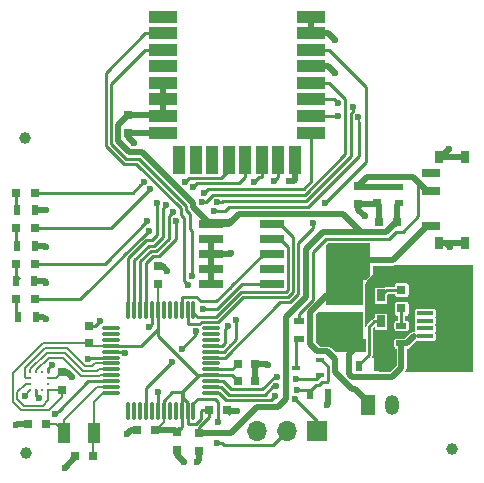
<source format=gtl>
G04 #@! TF.FileFunction,Copper,L1,Top,Signal*
%FSLAX45Y45*%
G04 Gerber Fmt 4.5, Leading zero omitted, Abs format (unit mm)*
G04 Created by KiCad (PCBNEW 4.0.7-e2-6376~61~ubuntu18.04.1) date Thu Oct  4 13:43:13 2018*
%MOMM*%
%LPD*%
G01*
G04 APERTURE LIST*
%ADD10C,0.100000*%
%ADD11R,0.800000X0.750000*%
%ADD12R,0.750000X0.800000*%
%ADD13R,0.800000X0.800000*%
%ADD14R,2.100000X0.750000*%
%ADD15R,1.200000X1.700000*%
%ADD16O,1.200000X1.700000*%
%ADD17R,1.380000X0.450000*%
%ADD18R,2.100000X1.475000*%
%ADD19R,1.900000X1.175000*%
%ADD20R,1.900000X2.375000*%
%ADD21R,0.700000X0.450000*%
%ADD22R,0.500000X0.900000*%
%ADD23R,0.900000X0.500000*%
%ADD24R,2.450000X1.000000*%
%ADD25R,1.000000X2.450000*%
%ADD26O,1.600000X0.300000*%
%ADD27O,0.300000X1.600000*%
%ADD28R,0.275000X0.250000*%
%ADD29R,0.250000X0.275000*%
%ADD30R,0.750000X0.500000*%
%ADD31R,0.750000X0.600000*%
%ADD32R,0.650000X1.060000*%
%ADD33R,1.000000X1.800000*%
%ADD34C,1.000000*%
%ADD35R,1.500000X0.700000*%
%ADD36R,0.800000X1.000000*%
%ADD37R,1.700000X1.700000*%
%ADD38O,1.700000X1.700000*%
%ADD39C,0.600000*%
%ADD40C,0.500000*%
%ADD41C,0.250000*%
%ADD42C,0.200000*%
%ADD43C,0.025400*%
G04 APERTURE END LIST*
D10*
D11*
X13380000Y-10520000D03*
X13230000Y-10520000D03*
D12*
X14075000Y-7900000D03*
X14075000Y-8050000D03*
D11*
X13780000Y-10790000D03*
X13630000Y-10790000D03*
D12*
X13750000Y-9835000D03*
X13750000Y-9685000D03*
D11*
X14305000Y-10570000D03*
X14155000Y-10570000D03*
D12*
X14490000Y-10585000D03*
X14490000Y-10735000D03*
D11*
X14765000Y-10400000D03*
X14915000Y-10400000D03*
X15005000Y-10155000D03*
X15155000Y-10155000D03*
D12*
X14330000Y-9330000D03*
X14330000Y-9180000D03*
X14680000Y-10595000D03*
X14680000Y-10745000D03*
D11*
X15005000Y-10010000D03*
X15155000Y-10010000D03*
D12*
X13520000Y-10080000D03*
X13520000Y-10230000D03*
X16025000Y-8505000D03*
X16025000Y-8655000D03*
D11*
X16035000Y-9840000D03*
X16185000Y-9840000D03*
X16350000Y-8805000D03*
X16200000Y-8805000D03*
X16055000Y-9240000D03*
X16205000Y-9240000D03*
D13*
X13290000Y-8560000D03*
X13130000Y-8560000D03*
X13290000Y-8860000D03*
X13130000Y-8860000D03*
X13290000Y-9460000D03*
X13130000Y-9460000D03*
X13290000Y-9160000D03*
X13130000Y-9160000D03*
X16390000Y-9540000D03*
X16390000Y-9380000D03*
D14*
X14775000Y-8821000D03*
X15292000Y-8821000D03*
X14775000Y-8948000D03*
X15292000Y-8948000D03*
X14775000Y-9075000D03*
X15292000Y-9075000D03*
X14775000Y-9202000D03*
X15292000Y-9202000D03*
X14775000Y-9329000D03*
X15292000Y-9329000D03*
D15*
X16110000Y-10360000D03*
D16*
X16310000Y-10360000D03*
D17*
X16589000Y-9773750D03*
X16589000Y-9708750D03*
X16589000Y-9643750D03*
X16589000Y-9578750D03*
X16589000Y-9513750D03*
D18*
X16625000Y-9890000D03*
X16625000Y-9397500D03*
D19*
X16855000Y-9727500D03*
X16855000Y-9560000D03*
D20*
X16855000Y-9935000D03*
X16855000Y-9352500D03*
D21*
X15700000Y-10105000D03*
X15700000Y-9975000D03*
X15500000Y-10040000D03*
D22*
X13135000Y-8710000D03*
X13285000Y-8710000D03*
X13135000Y-9010000D03*
X13285000Y-9010000D03*
X13145000Y-9610000D03*
X13295000Y-9610000D03*
X13130000Y-9310000D03*
X13280000Y-9310000D03*
D23*
X15520000Y-9645000D03*
X15520000Y-9795000D03*
D22*
X15620000Y-10260000D03*
X15770000Y-10260000D03*
X16035000Y-10030000D03*
X16185000Y-10030000D03*
D23*
X16390000Y-9835000D03*
X16390000Y-9685000D03*
D24*
X14370500Y-7070000D03*
X14370500Y-7210000D03*
X14370500Y-7350000D03*
X14370500Y-7490000D03*
X14370500Y-7630000D03*
X14370500Y-7770000D03*
X14370500Y-7910000D03*
X14370500Y-8050000D03*
X15629500Y-7070000D03*
X15629500Y-7210000D03*
X15629500Y-7350000D03*
X15629500Y-7490000D03*
X15629500Y-7630000D03*
X15629500Y-7770000D03*
X15629500Y-7910000D03*
X15629500Y-8050000D03*
D25*
X14510000Y-8279500D03*
X14650000Y-8279500D03*
X14790000Y-8279500D03*
X14930000Y-8279500D03*
X15070000Y-8279500D03*
X15210000Y-8279500D03*
X15350000Y-8279500D03*
X15490000Y-8279500D03*
D26*
X13930000Y-9705000D03*
X13930000Y-9755000D03*
X13930000Y-9805000D03*
X13930000Y-9855000D03*
X13930000Y-9905000D03*
X13930000Y-9955000D03*
X13930000Y-10005000D03*
X13930000Y-10055000D03*
X13930000Y-10105000D03*
X13930000Y-10155000D03*
X13930000Y-10205000D03*
X13930000Y-10255000D03*
D27*
X14080000Y-10405000D03*
X14130000Y-10405000D03*
X14180000Y-10405000D03*
X14230000Y-10405000D03*
X14280000Y-10405000D03*
X14330000Y-10405000D03*
X14380000Y-10405000D03*
X14430000Y-10405000D03*
X14480000Y-10405000D03*
X14530000Y-10405000D03*
X14580000Y-10405000D03*
X14630000Y-10405000D03*
D26*
X14780000Y-10255000D03*
X14780000Y-10205000D03*
X14780000Y-10155000D03*
X14780000Y-10105000D03*
X14780000Y-10055000D03*
X14780000Y-10005000D03*
X14780000Y-9955000D03*
X14780000Y-9905000D03*
X14780000Y-9855000D03*
X14780000Y-9805000D03*
X14780000Y-9755000D03*
X14780000Y-9705000D03*
D27*
X14630000Y-9555000D03*
X14580000Y-9555000D03*
X14530000Y-9555000D03*
X14480000Y-9555000D03*
X14430000Y-9555000D03*
X14380000Y-9555000D03*
X14330000Y-9555000D03*
X14280000Y-9555000D03*
X14230000Y-9555000D03*
X14180000Y-9555000D03*
X14130000Y-9555000D03*
X14080000Y-9555000D03*
D28*
X13250000Y-10080000D03*
X13250000Y-10130000D03*
X13250000Y-10180000D03*
X13250000Y-10230000D03*
D29*
X13301250Y-10231250D03*
X13351250Y-10231250D03*
D28*
X13402500Y-10080000D03*
X13402500Y-10230000D03*
X13402500Y-10130000D03*
X13402500Y-10180000D03*
D29*
X13301250Y-10078750D03*
X13351250Y-10078750D03*
D30*
X16182500Y-8515000D03*
X16367500Y-8515000D03*
D31*
X16182500Y-8640000D03*
D30*
X16367500Y-8645000D03*
D32*
X16215000Y-9430000D03*
X16120000Y-9430000D03*
X16025000Y-9430000D03*
X16025000Y-9650000D03*
X16215000Y-9650000D03*
D33*
X13535000Y-10590000D03*
X13785000Y-10590000D03*
D34*
X13210000Y-10760000D03*
X16820000Y-10730000D03*
X13200000Y-8100000D03*
D35*
X16645000Y-8845000D03*
X16645000Y-8545000D03*
X16645000Y-8395000D03*
D36*
X16710000Y-8985000D03*
X16930000Y-8985000D03*
X16710000Y-8255000D03*
X16930000Y-8255000D03*
D37*
X15674000Y-10580000D03*
D38*
X15420000Y-10580000D03*
X15166000Y-10580000D03*
D39*
X16470000Y-9920000D03*
X16480000Y-10020000D03*
X16570000Y-10030000D03*
X16690000Y-9230000D03*
X16600000Y-9230000D03*
X16510000Y-9230000D03*
X16420000Y-9230000D03*
X16320000Y-9260000D03*
X16300000Y-9770000D03*
X16300000Y-9920000D03*
X16270000Y-10000000D03*
X15760000Y-10360000D03*
X14550000Y-10840000D03*
X14660000Y-10840000D03*
X14997771Y-10406161D03*
X14250000Y-9700000D03*
X14330000Y-10250000D03*
X15260000Y-10020000D03*
X13380000Y-8710000D03*
X13380000Y-9020000D03*
X13380000Y-9320000D03*
X13380000Y-9630000D03*
X13200000Y-10280000D03*
X13540000Y-10890000D03*
X13130000Y-10530000D03*
X14130000Y-8140000D03*
X15440000Y-8457499D03*
X16080000Y-8760000D03*
X15830000Y-7270000D03*
X15830000Y-7550000D03*
X14950000Y-9070000D03*
X14410000Y-9220000D03*
X13838103Y-9645826D03*
X14050000Y-9920000D03*
X13600000Y-10120000D03*
X14070000Y-10600000D03*
X16670000Y-10040000D03*
X16800000Y-9020000D03*
X16790000Y-8190000D03*
X15920000Y-9820000D03*
X15920000Y-9730000D03*
X15820000Y-9820000D03*
X15820000Y-9730000D03*
X15720000Y-9820000D03*
X15720000Y-9730000D03*
X15720000Y-9640000D03*
X15820000Y-9640000D03*
X15920000Y-9640000D03*
X15910000Y-9170000D03*
X15910000Y-9300000D03*
X15910000Y-9450000D03*
X15800000Y-9460000D03*
X15800000Y-9300000D03*
X15800000Y-9170000D03*
X15800000Y-9040000D03*
X15910000Y-9040000D03*
X16030000Y-9040000D03*
X16055000Y-9145000D03*
X14560000Y-8470000D03*
X14208784Y-8468541D03*
X14628986Y-8510511D03*
X14260000Y-8530000D03*
X14250000Y-8880000D03*
X15310000Y-8460000D03*
X14240000Y-8800000D03*
X15140000Y-8470000D03*
X14616379Y-9266726D03*
X14990000Y-9640000D03*
X14710000Y-9542501D03*
X14650000Y-9730002D03*
X14450000Y-9990000D03*
X14530000Y-9880000D03*
X14837500Y-10502500D03*
X14830000Y-10680000D03*
X15490000Y-10310000D03*
X15320000Y-10280000D03*
X15340000Y-10119999D03*
X15500000Y-10140000D03*
X15510000Y-10230000D03*
X15330000Y-10200000D03*
X13458014Y-10436840D03*
X13320000Y-10300000D03*
X14584238Y-9340998D03*
X14923435Y-9684377D03*
X15640000Y-8820000D03*
X15740000Y-8650000D03*
X14399873Y-8667643D03*
X14698588Y-8642132D03*
X14827382Y-8641464D03*
X14459218Y-8721293D03*
X15850000Y-7800000D03*
X15980000Y-7830000D03*
X14800985Y-8716984D03*
X14483566Y-8797499D03*
X16027499Y-7920000D03*
X15850000Y-7910000D03*
X14323373Y-8644234D03*
X14719196Y-8564830D03*
X13432282Y-10015004D03*
X13740000Y-9970000D03*
D40*
X16205000Y-9240000D02*
X16300000Y-9240000D01*
X16300000Y-9240000D02*
X16320000Y-9260000D01*
X16300000Y-9920000D02*
X16300000Y-9770000D01*
X16270000Y-10000000D02*
X16270000Y-9950000D01*
X16270000Y-9950000D02*
X16300000Y-9920000D01*
X16185000Y-10030000D02*
X16240000Y-10030000D01*
X16240000Y-10030000D02*
X16270000Y-10000000D01*
X16185000Y-10030000D02*
X16185000Y-9840000D01*
X16120000Y-9430000D02*
X16120000Y-9325000D01*
X16120000Y-9325000D02*
X16205000Y-9240000D01*
X16622851Y-9290713D02*
X16592851Y-9260713D01*
X16625000Y-9292862D02*
X16622851Y-9290713D01*
X16625000Y-9397500D02*
X16625000Y-9292862D01*
X15770000Y-10260000D02*
X15770000Y-10350000D01*
X15770000Y-10350000D02*
X15760000Y-10360000D01*
X14490000Y-10735000D02*
X14490000Y-10780000D01*
X14490000Y-10780000D02*
X14550000Y-10840000D01*
X14680000Y-10745000D02*
X14680000Y-10820000D01*
X14680000Y-10820000D02*
X14660000Y-10840000D01*
X14955345Y-10406161D02*
X14997771Y-10406161D01*
X14921161Y-10406161D02*
X14955345Y-10406161D01*
X14915000Y-10400000D02*
X14921161Y-10406161D01*
D41*
X14280000Y-9555000D02*
X14280000Y-9670000D01*
X14280000Y-9670000D02*
X14250000Y-9700000D01*
X14330000Y-10405000D02*
X14330000Y-10250000D01*
D40*
X15155000Y-10010000D02*
X15250000Y-10010000D01*
X15250000Y-10010000D02*
X15260000Y-10020000D01*
X15155000Y-10155000D02*
X15155000Y-10010000D01*
X13285000Y-8710000D02*
X13380000Y-8710000D01*
X13285000Y-9010000D02*
X13370000Y-9010000D01*
X13370000Y-9010000D02*
X13380000Y-9020000D01*
X13280000Y-9310000D02*
X13370000Y-9310000D01*
X13370000Y-9310000D02*
X13380000Y-9320000D01*
X13295000Y-9610000D02*
X13360000Y-9610000D01*
X13360000Y-9610000D02*
X13380000Y-9630000D01*
D42*
X13250000Y-10230000D02*
X13200000Y-10280000D01*
D40*
X13630000Y-10790000D02*
X13630000Y-10800000D01*
X13630000Y-10800000D02*
X13540000Y-10890000D01*
X13230000Y-10520000D02*
X13140000Y-10520000D01*
X13140000Y-10520000D02*
X13130000Y-10530000D01*
X14075000Y-8050000D02*
X14075000Y-8085000D01*
X14075000Y-8085000D02*
X14130000Y-8140000D01*
X15482426Y-8457499D02*
X15440000Y-8457499D01*
X15490000Y-8279500D02*
X15490000Y-8452000D01*
X15490000Y-8452000D02*
X15484501Y-8457499D01*
X15484501Y-8457499D02*
X15482426Y-8457499D01*
X14075000Y-8050000D02*
X14162500Y-8050000D01*
X16025000Y-8655000D02*
X16025000Y-8705000D01*
X16025000Y-8705000D02*
X16080000Y-8760000D01*
X16025000Y-8655000D02*
X16172500Y-8655000D01*
X16172500Y-8655000D02*
X16182500Y-8645000D01*
X16200000Y-8805000D02*
X16200000Y-8662500D01*
X16200000Y-8662500D02*
X16182500Y-8645000D01*
X14370500Y-8050000D02*
X14075000Y-8050000D01*
X15629500Y-7210000D02*
X15629500Y-7070000D01*
X15629500Y-7210000D02*
X15770000Y-7210000D01*
X15770000Y-7210000D02*
X15830000Y-7270000D01*
X15629500Y-7490000D02*
X15770000Y-7490000D01*
X15770000Y-7490000D02*
X15830000Y-7550000D01*
X14775000Y-9075000D02*
X14945000Y-9075000D01*
X14945000Y-9075000D02*
X14950000Y-9070000D01*
X14775000Y-9329000D02*
X14851000Y-9329000D01*
X14775000Y-9075000D02*
X14775000Y-8948000D01*
X14775000Y-9202000D02*
X14775000Y-9075000D01*
X14775000Y-9329000D02*
X14775000Y-9202000D01*
X14330000Y-9180000D02*
X14370000Y-9180000D01*
X14370000Y-9180000D02*
X14410000Y-9220000D01*
D41*
X13750000Y-9685000D02*
X13798929Y-9685000D01*
X13798929Y-9685000D02*
X13838103Y-9645826D01*
X13930000Y-9905000D02*
X14035000Y-9905000D01*
X14035000Y-9905000D02*
X14050000Y-9920000D01*
D40*
X13520000Y-10080000D02*
X13560000Y-10080000D01*
X13560000Y-10080000D02*
X13600000Y-10120000D01*
X14155000Y-10570000D02*
X14100000Y-10570000D01*
X14100000Y-10570000D02*
X14070000Y-10600000D01*
X16625000Y-9890000D02*
X16625000Y-9995000D01*
X16625000Y-9995000D02*
X16670000Y-10040000D01*
X16710000Y-8985000D02*
X16930000Y-8985000D01*
X16710000Y-8255000D02*
X16930000Y-8255000D01*
X16710000Y-8985000D02*
X16765000Y-8985000D01*
X16765000Y-8985000D02*
X16800000Y-9020000D01*
X16710000Y-8255000D02*
X16725000Y-8255000D01*
X16725000Y-8255000D02*
X16790000Y-8190000D01*
D42*
X13402500Y-10130000D02*
X13470000Y-10130000D01*
X13470000Y-10130000D02*
X13520000Y-10080000D01*
D41*
X15490000Y-8279500D02*
X15490000Y-8352000D01*
X14370500Y-8050000D02*
X14327400Y-8050000D01*
D40*
X16855000Y-9935000D02*
X16670000Y-9935000D01*
X16670000Y-9935000D02*
X16625000Y-9890000D01*
X16855000Y-9727500D02*
X16855000Y-9935000D01*
X16855000Y-9560000D02*
X16855000Y-9727500D01*
X16855000Y-9352500D02*
X16855000Y-9560000D01*
X16625000Y-9397500D02*
X16810000Y-9397500D01*
X16810000Y-9397500D02*
X16855000Y-9352500D01*
X16625000Y-9397500D02*
X16625000Y-9477750D01*
X16625000Y-9477750D02*
X16591500Y-9511250D01*
X16591500Y-9511250D02*
X16589000Y-9511250D01*
D41*
X14932500Y-10430000D02*
X14930000Y-10430000D01*
X14927500Y-10430000D02*
X14930000Y-10430000D01*
D42*
X13380000Y-10520000D02*
X13465000Y-10520000D01*
X13465000Y-10520000D02*
X13535000Y-10590000D01*
X13930000Y-10205000D02*
X13810000Y-10205000D01*
X13810000Y-10205000D02*
X13535000Y-10480000D01*
X13535000Y-10480000D02*
X13535000Y-10590000D01*
X13780000Y-10790000D02*
X13780000Y-10595000D01*
X13780000Y-10595000D02*
X13785000Y-10590000D01*
X13930000Y-10255000D02*
X13865000Y-10255000D01*
X13865000Y-10255000D02*
X13785000Y-10335000D01*
X13785000Y-10335000D02*
X13785000Y-10590000D01*
D41*
X14780000Y-10055000D02*
X14960000Y-10055000D01*
X14960000Y-10055000D02*
X15005000Y-10010000D01*
D40*
X15726181Y-8892500D02*
X15793817Y-8892500D01*
X15582499Y-9036182D02*
X15726181Y-8892500D01*
X15582499Y-9444863D02*
X15582499Y-9036182D01*
X15415000Y-10306000D02*
X15415000Y-9612362D01*
X15346000Y-10375000D02*
X15415000Y-10306000D01*
X15166000Y-10375000D02*
X15346000Y-10375000D01*
X15793817Y-8892500D02*
X16047003Y-8892500D01*
X15415000Y-9612362D02*
X15582499Y-9444863D01*
X14946000Y-10595000D02*
X15166000Y-10375000D01*
X14680000Y-10595000D02*
X14946000Y-10595000D01*
D41*
X14680000Y-10547500D02*
X14680000Y-10592500D01*
X14765000Y-10462500D02*
X14680000Y-10547500D01*
X14765000Y-10400000D02*
X14765000Y-10462500D01*
X14680000Y-10592500D02*
X14680000Y-10595000D01*
X14592501Y-10517501D02*
X14620000Y-10517501D01*
X14620000Y-10517501D02*
X14650000Y-10517501D01*
X14580000Y-10405000D02*
X14580000Y-10510000D01*
X14580000Y-10510000D02*
X14587501Y-10517501D01*
X14587501Y-10517501D02*
X14620000Y-10517501D01*
X14690000Y-10410000D02*
X14690000Y-10477501D01*
X14690000Y-10477501D02*
X14650000Y-10517501D01*
X14765000Y-10400000D02*
X14700000Y-10400000D01*
X14700000Y-10400000D02*
X14690000Y-10410000D01*
X14590001Y-10515001D02*
X14592501Y-10517501D01*
X14580000Y-10340000D02*
X14580000Y-10405000D01*
X14540000Y-10300000D02*
X14580000Y-10340000D01*
X14540000Y-10240000D02*
X14540000Y-10300000D01*
X14580000Y-10200000D02*
X14540000Y-10240000D01*
X14490000Y-10585000D02*
X14530000Y-10545000D01*
X14530000Y-10545000D02*
X14530000Y-10405000D01*
D40*
X14305000Y-10570000D02*
X14475000Y-10570000D01*
X14475000Y-10570000D02*
X14490000Y-10585000D01*
X14510000Y-10565000D02*
X14490000Y-10585000D01*
X14370500Y-7770000D02*
X14370500Y-7630000D01*
X14370500Y-7910000D02*
X14370500Y-7770000D01*
X14075000Y-7900000D02*
X14360500Y-7900000D01*
X14360500Y-7900000D02*
X14370500Y-7910000D01*
X16350000Y-8805000D02*
X16350000Y-8662500D01*
X16350000Y-8662500D02*
X16367500Y-8645000D01*
D41*
X14035000Y-9855000D02*
X13930000Y-9855000D01*
X14330000Y-9712500D02*
X14187500Y-9855000D01*
X14330000Y-9555000D02*
X14330000Y-9712500D01*
X14187500Y-9855000D02*
X14035000Y-9855000D01*
D40*
X15007500Y-10155000D02*
X15005000Y-10155000D01*
D42*
X13520000Y-10230000D02*
X13520000Y-10290000D01*
X13520000Y-10290000D02*
X13410000Y-10400000D01*
X13692500Y-9835000D02*
X13750000Y-9835000D01*
X13410000Y-10400000D02*
X13170000Y-10400000D01*
X13170000Y-10400000D02*
X13100000Y-10330000D01*
X13100000Y-10330000D02*
X13100000Y-10090000D01*
X13100000Y-10090000D02*
X13355000Y-9835000D01*
X13355000Y-9835000D02*
X13692500Y-9835000D01*
X13216250Y-10180000D02*
X13250000Y-10180000D01*
X13211200Y-10180000D02*
X13216250Y-10180000D01*
X13140000Y-10308800D02*
X13140000Y-10251200D01*
X13140000Y-10251200D02*
X13211200Y-10180000D01*
X13196200Y-10365000D02*
X13140000Y-10308800D01*
X13353800Y-10365000D02*
X13196200Y-10365000D01*
X13402500Y-10316300D02*
X13353800Y-10365000D01*
X13402500Y-10230000D02*
X13402500Y-10316300D01*
D40*
X14192000Y-8215000D02*
X14081500Y-8215000D01*
X14623588Y-8646588D02*
X14192000Y-8215000D01*
X14627856Y-8670257D02*
X14623588Y-8665989D01*
X13992500Y-7982500D02*
X14075000Y-7900000D01*
X14627856Y-8682400D02*
X14627856Y-8670257D01*
X14753956Y-8808500D02*
X14627856Y-8682400D01*
X14942500Y-8808500D02*
X14753956Y-8808500D01*
X13992500Y-8126000D02*
X13992500Y-7982500D01*
X15012500Y-8738500D02*
X14942500Y-8808500D01*
X14623588Y-8665989D02*
X14623588Y-8646588D01*
X14081500Y-8215000D02*
X13992500Y-8126000D01*
X15031040Y-8738500D02*
X15012500Y-8738500D01*
X16047003Y-8892500D02*
X15893003Y-8738500D01*
X15893003Y-8738500D02*
X15031040Y-8738500D01*
X14930000Y-8821000D02*
X14775000Y-8821000D01*
X15012500Y-8738500D02*
X14930000Y-8821000D01*
X16260000Y-8892500D02*
X16350000Y-8805000D01*
X16347500Y-8805000D02*
X16260000Y-8892500D01*
X16350000Y-8805000D02*
X16347500Y-8805000D01*
X16260000Y-8892500D02*
X16047003Y-8892500D01*
D42*
X13750000Y-9835000D02*
X13770000Y-9855000D01*
X13770000Y-9855000D02*
X13930000Y-9855000D01*
X14330000Y-9555000D02*
X14330000Y-9330000D01*
X14580000Y-10405000D02*
X14580000Y-10505000D01*
X14580000Y-10505000D02*
X14590001Y-10515001D01*
X14305000Y-10570000D02*
X14315000Y-10570000D01*
X14315000Y-10570000D02*
X14380000Y-10505000D01*
X14380000Y-10505000D02*
X14380000Y-10405000D01*
X13402500Y-10230000D02*
X13520000Y-10230000D01*
D41*
X14780000Y-10105000D02*
X14955000Y-10105000D01*
X14955000Y-10105000D02*
X15005000Y-10155000D01*
D40*
X14075000Y-7902500D02*
X14075000Y-7900000D01*
D41*
X14530000Y-10470000D02*
X14530000Y-10405000D01*
X14330000Y-9330000D02*
X14344140Y-9344140D01*
X14380000Y-10322824D02*
X14380000Y-10405000D01*
X14452823Y-10250000D02*
X14380000Y-10322824D01*
X14530000Y-10250000D02*
X14452823Y-10250000D01*
X14662500Y-10105000D02*
X14675000Y-10105000D01*
X14330000Y-9772500D02*
X14662500Y-10105000D01*
X14330000Y-9555000D02*
X14330000Y-9772500D01*
X14580000Y-10200000D02*
X14530000Y-10250000D01*
X14530000Y-10250000D02*
X14530000Y-10405000D01*
X14780000Y-10105000D02*
X14675000Y-10105000D01*
X14675000Y-10105000D02*
X14580000Y-10200000D01*
X15005000Y-10155000D02*
X15002500Y-10155000D01*
X15002500Y-10155000D02*
X14995000Y-10162500D01*
D40*
X16032500Y-9840000D02*
X16035000Y-9840000D01*
X16390000Y-10040000D02*
X16310000Y-10120000D01*
X16310000Y-10120000D02*
X15974000Y-10120000D01*
X15974000Y-10120000D02*
X15945000Y-10091000D01*
X15945000Y-10091000D02*
X15945000Y-9927500D01*
X15945000Y-9927500D02*
X16032500Y-9840000D01*
X16390000Y-9835000D02*
X16390000Y-10040000D01*
D41*
X15920000Y-9730000D02*
X15920000Y-9820000D01*
X15920000Y-9640000D02*
X15920000Y-9730000D01*
X15820000Y-9730000D02*
X15820000Y-9820000D01*
X15820000Y-9640000D02*
X15820000Y-9730000D01*
X15720000Y-9772426D02*
X15720000Y-9810000D01*
X15720000Y-9730000D02*
X15720000Y-9772426D01*
X15720000Y-9640000D02*
X15720000Y-9730000D01*
X15820000Y-9640000D02*
X15720000Y-9640000D01*
X15920000Y-9640000D02*
X15820000Y-9640000D01*
X16025000Y-9650000D02*
X15930000Y-9650000D01*
X15930000Y-9650000D02*
X15920000Y-9640000D01*
X16025000Y-9650000D02*
X16025000Y-9728000D01*
X16025000Y-9728000D02*
X16013000Y-9740000D01*
D40*
X16390000Y-9835000D02*
X16435000Y-9835000D01*
X16435000Y-9835000D02*
X16496250Y-9773750D01*
X16390000Y-9835000D02*
X16390000Y-9910000D01*
X16025000Y-9650000D02*
X16025000Y-9830000D01*
X16025000Y-9830000D02*
X16035000Y-9840000D01*
D42*
X16589000Y-9773750D02*
X16496250Y-9773750D01*
X16496250Y-9773750D02*
X16493750Y-9776250D01*
D40*
X15760000Y-9430000D02*
X15942500Y-9430000D01*
X15680000Y-9900000D02*
X15620000Y-9840000D01*
X15763500Y-9900000D02*
X15680000Y-9900000D01*
X15620000Y-9840000D02*
X15620000Y-9570000D01*
X15830000Y-9966500D02*
X15763500Y-9900000D01*
X15942500Y-9430000D02*
X16025000Y-9430000D01*
X15830000Y-10080000D02*
X15830000Y-9966500D01*
X15620000Y-9570000D02*
X15760000Y-9430000D01*
X15975000Y-10225000D02*
X15830000Y-10080000D01*
X16110000Y-10335000D02*
X16000000Y-10225000D01*
X16110000Y-10360000D02*
X16110000Y-10335000D01*
X16000000Y-10225000D02*
X15975000Y-10225000D01*
D41*
X15930000Y-9040000D02*
X15810000Y-9040000D01*
X16060000Y-9040000D02*
X15930000Y-9040000D01*
X16055000Y-9145000D02*
X16055000Y-9045000D01*
X16055000Y-9045000D02*
X16060000Y-9040000D01*
X16055000Y-9240000D02*
X16055000Y-9145000D01*
D40*
X16320000Y-9130000D02*
X16140000Y-9130000D01*
X16140000Y-9130000D02*
X16070000Y-9130000D01*
X16055000Y-9240000D02*
X16055000Y-9152500D01*
X16055000Y-9152500D02*
X16077500Y-9130000D01*
X16077500Y-9130000D02*
X16140000Y-9130000D01*
X16070000Y-9130000D02*
X16055000Y-9145000D01*
X16605000Y-8845000D02*
X16320000Y-9130000D01*
X16645000Y-8845000D02*
X16605000Y-8845000D01*
D41*
X14859358Y-8434500D02*
X14595500Y-8434500D01*
X14595500Y-8434500D02*
X14560000Y-8470000D01*
X14930000Y-8279500D02*
X14930000Y-8363858D01*
X14930000Y-8363858D02*
X14859358Y-8434500D01*
X14178785Y-8498541D02*
X14208784Y-8468541D01*
X13290000Y-8560000D02*
X14117326Y-8560000D01*
X14117326Y-8560000D02*
X14178785Y-8498541D01*
X13355000Y-8560000D02*
X13290000Y-8560000D01*
X13130000Y-8560000D02*
X13130000Y-8705000D01*
X13130000Y-8705000D02*
X13135000Y-8710000D01*
X14659996Y-8479501D02*
X14658985Y-8480512D01*
X15017499Y-8479501D02*
X14659996Y-8479501D01*
X15070000Y-8427000D02*
X15017499Y-8479501D01*
X15070000Y-8279500D02*
X15070000Y-8427000D01*
X14658985Y-8480512D02*
X14628986Y-8510511D01*
X13290000Y-8860000D02*
X13930000Y-8860000D01*
X13930000Y-8860000D02*
X14260000Y-8530000D01*
X13130000Y-8860000D02*
X13130000Y-9005000D01*
X13130000Y-9005000D02*
X13135000Y-9010000D01*
X13290000Y-9460000D02*
X13670000Y-9460000D01*
X13670000Y-9460000D02*
X14250000Y-8880000D01*
X13670000Y-9460000D02*
X13654599Y-9460000D01*
X14250000Y-8880000D02*
X14033218Y-9096782D01*
X15350000Y-8427000D02*
X15343000Y-8427000D01*
X15343000Y-8427000D02*
X15310000Y-8460000D01*
X15350000Y-8279500D02*
X15350000Y-8427000D01*
X13130000Y-9460000D02*
X13130000Y-9595000D01*
X13130000Y-9595000D02*
X13145000Y-9610000D01*
X13290000Y-9160000D02*
X13880000Y-9160000D01*
X13880000Y-9160000D02*
X14240000Y-8800000D01*
X15183000Y-8427000D02*
X15140000Y-8470000D01*
X15210000Y-8427000D02*
X15183000Y-8427000D01*
X15210000Y-8279500D02*
X15210000Y-8427000D01*
X13130000Y-9160000D02*
X13130000Y-9310000D01*
X13135000Y-9270000D02*
X13150000Y-9285000D01*
X16390000Y-9685000D02*
X16390000Y-9540000D01*
X16390000Y-9380000D02*
X16265000Y-9380000D01*
X16265000Y-9380000D02*
X16215000Y-9430000D01*
X14616379Y-9224300D02*
X14616379Y-9266726D01*
X14616379Y-8886379D02*
X14616379Y-9224300D01*
X14600000Y-8870000D02*
X14616379Y-8886379D01*
X14370500Y-7350000D02*
X14223000Y-7350000D01*
X14600000Y-8737851D02*
X14600000Y-8870000D01*
X14566087Y-8670406D02*
X14566087Y-8689807D01*
X13934999Y-8149818D02*
X14057682Y-8272501D01*
X13934999Y-7638001D02*
X13934999Y-8149818D01*
X14571177Y-8709028D02*
X14600000Y-8737851D01*
X14057682Y-8272501D02*
X14168182Y-8272501D01*
X14223000Y-7350000D02*
X13934999Y-7638001D01*
X14168182Y-8272501D02*
X14566087Y-8670406D01*
X14566087Y-8689807D02*
X14571177Y-8694897D01*
X14571177Y-8694897D02*
X14571177Y-8709028D01*
X14600000Y-8842009D02*
X14600000Y-8870000D01*
X14780000Y-9905000D02*
X14885000Y-9905000D01*
X14885000Y-9905000D02*
X14990000Y-9800000D01*
X14990000Y-9800000D02*
X14990000Y-9682426D01*
X14990000Y-9682426D02*
X14990000Y-9640000D01*
X14940000Y-9850000D02*
X14885000Y-9905000D01*
X14990000Y-9640000D02*
X14990000Y-9760000D01*
X14685322Y-9667501D02*
X14695324Y-9657499D01*
X15474501Y-9400539D02*
X15474501Y-8936001D01*
X14580000Y-9555000D02*
X14580000Y-9660000D01*
X14695324Y-9657499D02*
X14838424Y-9657499D01*
X14580000Y-9660000D02*
X14587501Y-9667501D01*
X14587501Y-9667501D02*
X14685322Y-9667501D01*
X14838424Y-9657499D02*
X15051922Y-9444001D01*
X15051922Y-9444001D02*
X15431039Y-9444001D01*
X15431039Y-9444001D02*
X15474501Y-9400539D01*
X15474501Y-8936001D02*
X15359500Y-8821000D01*
X15359500Y-8821000D02*
X15292000Y-8821000D01*
X15224500Y-8821000D02*
X15292000Y-8821000D01*
X15429500Y-9381899D02*
X15429500Y-9018000D01*
X14819784Y-9612498D02*
X15033282Y-9399000D01*
X15033282Y-9399000D02*
X15412399Y-9399000D01*
X14630000Y-9577500D02*
X14664997Y-9612498D01*
X15429500Y-9018000D02*
X15359500Y-8948000D01*
X14630000Y-9555000D02*
X14630000Y-9577500D01*
X14664997Y-9612498D02*
X14819784Y-9612498D01*
X15412399Y-9399000D02*
X15429500Y-9381899D01*
X15359500Y-8948000D02*
X15292000Y-8948000D01*
X15224500Y-8948000D02*
X15292000Y-8948000D01*
X14690000Y-9480000D02*
X14652499Y-9442499D01*
X14652499Y-9442499D02*
X14537501Y-9442499D01*
X14537501Y-9442499D02*
X14530000Y-9450000D01*
X14825000Y-9480000D02*
X14690000Y-9480000D01*
X14949500Y-9355500D02*
X14825000Y-9480000D01*
X15224500Y-9075000D02*
X14949500Y-9350000D01*
X14949500Y-9350000D02*
X14949500Y-9355500D01*
X14530000Y-9450000D02*
X14530000Y-9555000D01*
X15292000Y-9075000D02*
X15224500Y-9075000D01*
X15359500Y-9075000D02*
X15292000Y-9075000D01*
X14737426Y-9542501D02*
X14710000Y-9542501D01*
X14530000Y-9880000D02*
X14650000Y-9760000D01*
X14650000Y-9760000D02*
X14650000Y-9730002D01*
X15292000Y-9329000D02*
X15039641Y-9329000D01*
X15039641Y-9329000D02*
X14826140Y-9542501D01*
X14826140Y-9542501D02*
X14737426Y-9542501D01*
X14520000Y-9870000D02*
X14530000Y-9880000D01*
X14230000Y-10405000D02*
X14230000Y-10210000D01*
X14230000Y-10210000D02*
X14440000Y-10000000D01*
X15359500Y-9329000D02*
X15292000Y-9329000D01*
X15749999Y-8950001D02*
X15640000Y-9060000D01*
X15640000Y-9060000D02*
X15640000Y-9468681D01*
X15640000Y-9468681D02*
X15520000Y-9588681D01*
X15520000Y-9588681D02*
X15520000Y-9645000D01*
X16283818Y-8950001D02*
X15749999Y-8950001D01*
X16530000Y-8761000D02*
X16401000Y-8890000D01*
X16401000Y-8890000D02*
X16345060Y-8890000D01*
X16345060Y-8890000D02*
X16295060Y-8940000D01*
X16295060Y-8940000D02*
X16293819Y-8940000D01*
X16293819Y-8940000D02*
X16283818Y-8950001D01*
X16530000Y-8470000D02*
X16530000Y-8761000D01*
D40*
X16490000Y-8430000D02*
X16530000Y-8470000D01*
X16530000Y-8470000D02*
X16605000Y-8545000D01*
D41*
X16025000Y-8505000D02*
X16025000Y-8515000D01*
D40*
X16605000Y-8545000D02*
X16645000Y-8545000D01*
X16097500Y-8430000D02*
X16490000Y-8430000D01*
X16025000Y-8505000D02*
X16025000Y-8502500D01*
X16025000Y-8502500D02*
X16097500Y-8430000D01*
X16182500Y-8515000D02*
X16035000Y-8515000D01*
X16035000Y-8515000D02*
X16025000Y-8505000D01*
X16182500Y-8515000D02*
X16367500Y-8515000D01*
D41*
X14837500Y-10447500D02*
X14837500Y-10502500D01*
X14990000Y-10700000D02*
X15000000Y-10700000D01*
X15000000Y-10700000D02*
X15300000Y-10700000D01*
X14830000Y-10680000D02*
X14872426Y-10680000D01*
X14872426Y-10680000D02*
X14892426Y-10700000D01*
X14892426Y-10700000D02*
X15000000Y-10700000D01*
X14837500Y-10331000D02*
X14837500Y-10447500D01*
X14811500Y-10305000D02*
X14837500Y-10331000D01*
X14630000Y-10405000D02*
X14630000Y-10340000D01*
X14630000Y-10340000D02*
X14665000Y-10305000D01*
X14665000Y-10305000D02*
X14811500Y-10305000D01*
X15300000Y-10700000D02*
X15335000Y-10665000D01*
X15335000Y-10665000D02*
X15420000Y-10580000D01*
X15490000Y-10310000D02*
X15674000Y-10494000D01*
X15674000Y-10494000D02*
X15674000Y-10580000D01*
X15070000Y-10315002D02*
X15092500Y-10315002D01*
X15070000Y-10315002D02*
X15284998Y-10315002D01*
X14995002Y-10315002D02*
X15070000Y-10315002D01*
X15284998Y-10315002D02*
X15320000Y-10280000D01*
X14905002Y-10315002D02*
X14995002Y-10315002D01*
X14845000Y-10255000D02*
X14905002Y-10315002D01*
X14780000Y-10255000D02*
X14845000Y-10255000D01*
X15317501Y-10119999D02*
X15340000Y-10119999D01*
X14948641Y-10225000D02*
X15212499Y-10225000D01*
X15212499Y-10225000D02*
X15317501Y-10119999D01*
X15500000Y-10140000D02*
X15665000Y-10140000D01*
X15665000Y-10140000D02*
X15700000Y-10105000D01*
X14780000Y-10155000D02*
X14878641Y-10155000D01*
X14878641Y-10155000D02*
X14948641Y-10225000D01*
X14890000Y-10166359D02*
X14948641Y-10225000D01*
D42*
X14780000Y-10155000D02*
X14870000Y-10155000D01*
D41*
X15620000Y-10260000D02*
X15620000Y-10240000D01*
X15620000Y-10240000D02*
X15670000Y-10190000D01*
X15767500Y-10030000D02*
X15712500Y-9975000D01*
X15670000Y-10190000D02*
X15690000Y-10190000D01*
X15690000Y-10190000D02*
X15720000Y-10160000D01*
X15720000Y-10160000D02*
X15761000Y-10160000D01*
X15761000Y-10160000D02*
X15767500Y-10153500D01*
X15712500Y-9975000D02*
X15700000Y-9975000D01*
X15767500Y-10153500D02*
X15767500Y-10030000D01*
X15510000Y-10230000D02*
X15590000Y-10230000D01*
X15590000Y-10230000D02*
X15620000Y-10260000D01*
X15237500Y-10270001D02*
X15307501Y-10200000D01*
X14927178Y-10270001D02*
X15237500Y-10270001D01*
X14862176Y-10205000D02*
X14927178Y-10270001D01*
X14780000Y-10205000D02*
X14862176Y-10205000D01*
X15307501Y-10200000D02*
X15330000Y-10200000D01*
X15500000Y-10040000D02*
X15500000Y-9815000D01*
X15500000Y-9815000D02*
X15520000Y-9795000D01*
X13488014Y-10406840D02*
X13458014Y-10436840D01*
X13739854Y-10155000D02*
X13488014Y-10406840D01*
X13930000Y-10155000D02*
X13739854Y-10155000D01*
X13301250Y-10231250D02*
X13301250Y-10281250D01*
X13301250Y-10281250D02*
X13320000Y-10300000D01*
X16215000Y-9650000D02*
X16160000Y-9650000D01*
X16035000Y-10030000D02*
X16035000Y-10010000D01*
X16035000Y-10010000D02*
X16112500Y-9932500D01*
X16112500Y-9932500D02*
X16112500Y-9697500D01*
X16112500Y-9697500D02*
X16160000Y-9650000D01*
X14223000Y-7210000D02*
X13889998Y-7543002D01*
X14554238Y-9310998D02*
X14584238Y-9340998D01*
X14521086Y-8691086D02*
X14521086Y-8708447D01*
X14370500Y-7210000D02*
X14223000Y-7210000D01*
X14555805Y-9304195D02*
X14554238Y-9305762D01*
X14521086Y-8708447D02*
X14525354Y-8712715D01*
X14554238Y-9305762D02*
X14554238Y-9310998D01*
X13889998Y-7543002D02*
X13889998Y-8168458D01*
X13889998Y-8168458D02*
X14039042Y-8317502D01*
X14525354Y-8712715D02*
X14525354Y-8746787D01*
X14553878Y-9310638D02*
X14584238Y-9340998D01*
X14039042Y-8317502D02*
X14147502Y-8317502D01*
X14147502Y-8317502D02*
X14521086Y-8691086D01*
X14525354Y-8746787D02*
X14553878Y-8775310D01*
X14553878Y-8775310D02*
X14553878Y-9310638D01*
X14780000Y-9855000D02*
X14871359Y-9855000D01*
X14893435Y-9714377D02*
X14923435Y-9684377D01*
X14871359Y-9855000D02*
X14893435Y-9832924D01*
X14893435Y-9832924D02*
X14893435Y-9714377D01*
X15640000Y-8820000D02*
X15640000Y-8862426D01*
X15640000Y-8862426D02*
X15519502Y-8982924D01*
X15519502Y-8982924D02*
X15519502Y-9419179D01*
X16090000Y-8300000D02*
X15740000Y-8650000D01*
X15777000Y-7350000D02*
X16090000Y-7663000D01*
X16090000Y-7663000D02*
X16090000Y-8300000D01*
X15629500Y-7350000D02*
X15777000Y-7350000D01*
X15449679Y-9489002D02*
X15364639Y-9489002D01*
X14898641Y-9955000D02*
X14885000Y-9955000D01*
X15519502Y-9419179D02*
X15449679Y-9489002D01*
X14885000Y-9955000D02*
X14780000Y-9955000D01*
X15364639Y-9489002D02*
X14898641Y-9955000D01*
X14369873Y-8697643D02*
X14399873Y-8667643D01*
X14369873Y-8936268D02*
X14369873Y-8697643D01*
X14249781Y-9007501D02*
X14298640Y-9007501D01*
X14130000Y-9555000D02*
X14130000Y-9127282D01*
X14298640Y-9007501D02*
X14369873Y-8936268D01*
X14130000Y-9127282D02*
X14249781Y-9007501D01*
X14734921Y-8642132D02*
X14698588Y-8642132D01*
X14798089Y-8578963D02*
X14734921Y-8642132D01*
X14857382Y-8578963D02*
X14798089Y-8578963D01*
X14860919Y-8582500D02*
X14857382Y-8578963D01*
X15571141Y-8582500D02*
X14860919Y-8582500D01*
X15917500Y-8236141D02*
X15571141Y-8582500D01*
X15777000Y-7630000D02*
X15917500Y-7770500D01*
X15917500Y-7770500D02*
X15917500Y-8236141D01*
X15629500Y-7630000D02*
X15777000Y-7630000D01*
X14130000Y-9555000D02*
X14128468Y-9553468D01*
X14268421Y-9052502D02*
X14317280Y-9052502D01*
X14421065Y-8759446D02*
X14429218Y-8751293D01*
X14421065Y-8948717D02*
X14421065Y-8759446D01*
X14180000Y-9140923D02*
X14268421Y-9052502D01*
X14317280Y-9052502D02*
X14421065Y-8948717D01*
X14429218Y-8751293D02*
X14459218Y-8721293D01*
X14180000Y-9555000D02*
X14180000Y-9140923D01*
X15583163Y-8634119D02*
X14877152Y-8634119D01*
X15964999Y-7887428D02*
X15964999Y-8252283D01*
X15980000Y-7872426D02*
X15964999Y-7887428D01*
X14877152Y-8634119D02*
X14869808Y-8641464D01*
X15964999Y-8252283D02*
X15583163Y-8634119D01*
X15980000Y-7830000D02*
X15980000Y-7872426D01*
X14869808Y-8641464D02*
X14827382Y-8641464D01*
X15629500Y-7770000D02*
X15820000Y-7770000D01*
X15820000Y-7770000D02*
X15850000Y-7800000D01*
X14287061Y-9097503D02*
X14335920Y-9097503D01*
X14483566Y-8839925D02*
X14483566Y-8797499D01*
X14230000Y-9154564D02*
X14287061Y-9097503D01*
X14230000Y-9555000D02*
X14230000Y-9154564D01*
X14483566Y-8949857D02*
X14483566Y-8839925D01*
X14335920Y-9097503D02*
X14483566Y-8949857D01*
X14932425Y-8680999D02*
X14896440Y-8716984D01*
X14896440Y-8716984D02*
X14843411Y-8716984D01*
X14843411Y-8716984D02*
X14800985Y-8716984D01*
X16030000Y-8250923D02*
X15599924Y-8680999D01*
X16030000Y-7960000D02*
X16030000Y-8250923D01*
X15599924Y-8680999D02*
X14932425Y-8680999D01*
D42*
X16030000Y-7960000D02*
X16030000Y-7922501D01*
X16030000Y-7922501D02*
X16027499Y-7920000D01*
D41*
X15629500Y-7910000D02*
X15850000Y-7910000D01*
X14280000Y-8962500D02*
X14323373Y-8919127D01*
X14080000Y-9113641D02*
X14231141Y-8962500D01*
X14080000Y-9555000D02*
X14080000Y-9113641D01*
X14323373Y-8919127D02*
X14323373Y-8686661D01*
X14231141Y-8962500D02*
X14280000Y-8962500D01*
X14323373Y-8686661D02*
X14323373Y-8644234D01*
X15170000Y-8532500D02*
X14751526Y-8532500D01*
X15565498Y-8524502D02*
X15177998Y-8524502D01*
X14751526Y-8532500D02*
X14749196Y-8534830D01*
X15629500Y-8460500D02*
X15565498Y-8524502D01*
X15177998Y-8524502D02*
X15170000Y-8532500D01*
X15629500Y-8050000D02*
X15629500Y-8460500D01*
X14749196Y-8534830D02*
X14719196Y-8564830D01*
X15629500Y-8050000D02*
X15702000Y-8050000D01*
D42*
X13206250Y-10120000D02*
X13216250Y-10130000D01*
X13793800Y-10005000D02*
X13768800Y-10030000D01*
X13371569Y-9875001D02*
X13206250Y-10040320D01*
X13206250Y-10040320D02*
X13206250Y-10120000D01*
X13556201Y-9875001D02*
X13371569Y-9875001D01*
X13216250Y-10130000D02*
X13250000Y-10130000D01*
X13768800Y-10030000D02*
X13711200Y-10030000D01*
X13930000Y-10005000D02*
X13793800Y-10005000D01*
X13711200Y-10030000D02*
X13556201Y-9875001D01*
X13250000Y-10053140D02*
X13250000Y-10080000D01*
X13388138Y-9915002D02*
X13250000Y-10053140D01*
X13694631Y-10070001D02*
X13539632Y-9915002D01*
X13814999Y-10070001D02*
X13694631Y-10070001D01*
X13830000Y-10055000D02*
X13814999Y-10070001D01*
X13930000Y-10055000D02*
X13830000Y-10055000D01*
X13539632Y-9915002D02*
X13388138Y-9915002D01*
D41*
X13402500Y-10042500D02*
X13429996Y-10015004D01*
X13402500Y-10080000D02*
X13402500Y-10042500D01*
X13429996Y-10015004D02*
X13432282Y-10015004D01*
X13740000Y-9970000D02*
X13755000Y-9955000D01*
X13755000Y-9955000D02*
X13930000Y-9955000D01*
D42*
X13831938Y-10110002D02*
X13678062Y-10110002D01*
X13523063Y-9955003D02*
X13404707Y-9955003D01*
X13836940Y-10105000D02*
X13831938Y-10110002D01*
X13678062Y-10110002D02*
X13523063Y-9955003D01*
X13930000Y-10105000D02*
X13836940Y-10105000D01*
X13301250Y-10058460D02*
X13301250Y-10078750D01*
X13404707Y-9955003D02*
X13301250Y-10058460D01*
D41*
X13930000Y-9755000D02*
X13927501Y-9752501D01*
X13930000Y-9805000D02*
X13880000Y-9805000D01*
X13880000Y-9805000D02*
X13877501Y-9802501D01*
X14067501Y-10417499D02*
X14067501Y-10462574D01*
X14080000Y-10405000D02*
X14067501Y-10417499D01*
X14480000Y-9555000D02*
X14482499Y-9552501D01*
X14432499Y-9552501D02*
X14430000Y-9555000D01*
X14382499Y-9526307D02*
X14380000Y-9555000D01*
D43*
G36*
X16991230Y-10068730D02*
X16425382Y-10068730D01*
X16432748Y-10057707D01*
X16433509Y-10053879D01*
X16436270Y-10040000D01*
X16436270Y-9881448D01*
X16442882Y-9880204D01*
X16444010Y-9879478D01*
X16452707Y-9877748D01*
X16467718Y-9867718D01*
X16517920Y-9817516D01*
X16520000Y-9817937D01*
X16658000Y-9817937D01*
X16665882Y-9816454D01*
X16673121Y-9811795D01*
X16677978Y-9804687D01*
X16679687Y-9796250D01*
X16679687Y-9751250D01*
X16678204Y-9743368D01*
X16676874Y-9741302D01*
X16677978Y-9739687D01*
X16679687Y-9731250D01*
X16679687Y-9686250D01*
X16678204Y-9678368D01*
X16676874Y-9676302D01*
X16677978Y-9674687D01*
X16679687Y-9666250D01*
X16679687Y-9621250D01*
X16678204Y-9613368D01*
X16676874Y-9611302D01*
X16677978Y-9609687D01*
X16679687Y-9601250D01*
X16679687Y-9556250D01*
X16678204Y-9548368D01*
X16673545Y-9541129D01*
X16666437Y-9536272D01*
X16658000Y-9534563D01*
X16520000Y-9534563D01*
X16512118Y-9536046D01*
X16504878Y-9540705D01*
X16500022Y-9547813D01*
X16498313Y-9556250D01*
X16498313Y-9601250D01*
X16499796Y-9609132D01*
X16501125Y-9611198D01*
X16500022Y-9612813D01*
X16498313Y-9621250D01*
X16498313Y-9666250D01*
X16499796Y-9674132D01*
X16501125Y-9676198D01*
X16500022Y-9677813D01*
X16498313Y-9686250D01*
X16498313Y-9727890D01*
X16496250Y-9727480D01*
X16478543Y-9731002D01*
X16463532Y-9741032D01*
X16416251Y-9788313D01*
X16345000Y-9788313D01*
X16337118Y-9789796D01*
X16329878Y-9794455D01*
X16325022Y-9801563D01*
X16323313Y-9810000D01*
X16323313Y-9860000D01*
X16324796Y-9867882D01*
X16329455Y-9875122D01*
X16336563Y-9879978D01*
X16343730Y-9881430D01*
X16343730Y-10020834D01*
X16295834Y-10068730D01*
X16201270Y-10068730D01*
X16201270Y-9950000D01*
X16201170Y-9949506D01*
X16200885Y-9949090D01*
X16200462Y-9948817D01*
X16200000Y-9948730D01*
X16141490Y-9948730D01*
X16143699Y-9945423D01*
X16146270Y-9932500D01*
X16146270Y-9711488D01*
X16160813Y-9696945D01*
X16160813Y-9703000D01*
X16162296Y-9710882D01*
X16166955Y-9718122D01*
X16174063Y-9722978D01*
X16182500Y-9724687D01*
X16247500Y-9724687D01*
X16255382Y-9723204D01*
X16262621Y-9718545D01*
X16267478Y-9711437D01*
X16269187Y-9703000D01*
X16269187Y-9660000D01*
X16323313Y-9660000D01*
X16323313Y-9710000D01*
X16324796Y-9717882D01*
X16329455Y-9725122D01*
X16336563Y-9729978D01*
X16345000Y-9731687D01*
X16435000Y-9731687D01*
X16442882Y-9730204D01*
X16450121Y-9725545D01*
X16454978Y-9718437D01*
X16456687Y-9710000D01*
X16456687Y-9660000D01*
X16455204Y-9652118D01*
X16450545Y-9644879D01*
X16443437Y-9640022D01*
X16435000Y-9638313D01*
X16423770Y-9638313D01*
X16423770Y-9601687D01*
X16430000Y-9601687D01*
X16437882Y-9600204D01*
X16445121Y-9595545D01*
X16449978Y-9588437D01*
X16451687Y-9580000D01*
X16451687Y-9500000D01*
X16450204Y-9492118D01*
X16445545Y-9484879D01*
X16438437Y-9480022D01*
X16430000Y-9478313D01*
X16350000Y-9478313D01*
X16342118Y-9479796D01*
X16334878Y-9484455D01*
X16330022Y-9491563D01*
X16328313Y-9500000D01*
X16328313Y-9580000D01*
X16329796Y-9587882D01*
X16334455Y-9595122D01*
X16341563Y-9599978D01*
X16350000Y-9601687D01*
X16356230Y-9601687D01*
X16356230Y-9638313D01*
X16345000Y-9638313D01*
X16337118Y-9639796D01*
X16329878Y-9644455D01*
X16325022Y-9651563D01*
X16323313Y-9660000D01*
X16269187Y-9660000D01*
X16269187Y-9597000D01*
X16267704Y-9589118D01*
X16263045Y-9581879D01*
X16255937Y-9577022D01*
X16247500Y-9575313D01*
X16182500Y-9575313D01*
X16174618Y-9576796D01*
X16167378Y-9581455D01*
X16162522Y-9588563D01*
X16160813Y-9597000D01*
X16160813Y-9616230D01*
X16160000Y-9616230D01*
X16147077Y-9618801D01*
X16136121Y-9626121D01*
X16088621Y-9673621D01*
X16081300Y-9684577D01*
X16081270Y-9684730D01*
X16081270Y-9377000D01*
X16160813Y-9377000D01*
X16160813Y-9483000D01*
X16162296Y-9490882D01*
X16166955Y-9498122D01*
X16174063Y-9502978D01*
X16182500Y-9504687D01*
X16247500Y-9504687D01*
X16255382Y-9503204D01*
X16262621Y-9498545D01*
X16267478Y-9491437D01*
X16269187Y-9483000D01*
X16269187Y-9423571D01*
X16278988Y-9413770D01*
X16328313Y-9413770D01*
X16328313Y-9420000D01*
X16329796Y-9427882D01*
X16334455Y-9435122D01*
X16341563Y-9439978D01*
X16350000Y-9441687D01*
X16430000Y-9441687D01*
X16437882Y-9440204D01*
X16445121Y-9435545D01*
X16449978Y-9428437D01*
X16451687Y-9420000D01*
X16451687Y-9340000D01*
X16450204Y-9332118D01*
X16445545Y-9324879D01*
X16438437Y-9320022D01*
X16430000Y-9318313D01*
X16350000Y-9318313D01*
X16342118Y-9319796D01*
X16334878Y-9324455D01*
X16330022Y-9331563D01*
X16328313Y-9340000D01*
X16328313Y-9346230D01*
X16265000Y-9346230D01*
X16252077Y-9348801D01*
X16242330Y-9355313D01*
X16182500Y-9355313D01*
X16174618Y-9356796D01*
X16167378Y-9361455D01*
X16162522Y-9368563D01*
X16160813Y-9377000D01*
X16081270Y-9377000D01*
X16081270Y-9331270D01*
X16150000Y-9331270D01*
X16150494Y-9331170D01*
X16150910Y-9330886D01*
X16151183Y-9330462D01*
X16151270Y-9330000D01*
X16151270Y-9176270D01*
X16320000Y-9176270D01*
X16337707Y-9172748D01*
X16339919Y-9171270D01*
X16991230Y-9171270D01*
X16991230Y-10068730D01*
X16991230Y-10068730D01*
G37*
X16991230Y-10068730D02*
X16425382Y-10068730D01*
X16432748Y-10057707D01*
X16433509Y-10053879D01*
X16436270Y-10040000D01*
X16436270Y-9881448D01*
X16442882Y-9880204D01*
X16444010Y-9879478D01*
X16452707Y-9877748D01*
X16467718Y-9867718D01*
X16517920Y-9817516D01*
X16520000Y-9817937D01*
X16658000Y-9817937D01*
X16665882Y-9816454D01*
X16673121Y-9811795D01*
X16677978Y-9804687D01*
X16679687Y-9796250D01*
X16679687Y-9751250D01*
X16678204Y-9743368D01*
X16676874Y-9741302D01*
X16677978Y-9739687D01*
X16679687Y-9731250D01*
X16679687Y-9686250D01*
X16678204Y-9678368D01*
X16676874Y-9676302D01*
X16677978Y-9674687D01*
X16679687Y-9666250D01*
X16679687Y-9621250D01*
X16678204Y-9613368D01*
X16676874Y-9611302D01*
X16677978Y-9609687D01*
X16679687Y-9601250D01*
X16679687Y-9556250D01*
X16678204Y-9548368D01*
X16673545Y-9541129D01*
X16666437Y-9536272D01*
X16658000Y-9534563D01*
X16520000Y-9534563D01*
X16512118Y-9536046D01*
X16504878Y-9540705D01*
X16500022Y-9547813D01*
X16498313Y-9556250D01*
X16498313Y-9601250D01*
X16499796Y-9609132D01*
X16501125Y-9611198D01*
X16500022Y-9612813D01*
X16498313Y-9621250D01*
X16498313Y-9666250D01*
X16499796Y-9674132D01*
X16501125Y-9676198D01*
X16500022Y-9677813D01*
X16498313Y-9686250D01*
X16498313Y-9727890D01*
X16496250Y-9727480D01*
X16478543Y-9731002D01*
X16463532Y-9741032D01*
X16416251Y-9788313D01*
X16345000Y-9788313D01*
X16337118Y-9789796D01*
X16329878Y-9794455D01*
X16325022Y-9801563D01*
X16323313Y-9810000D01*
X16323313Y-9860000D01*
X16324796Y-9867882D01*
X16329455Y-9875122D01*
X16336563Y-9879978D01*
X16343730Y-9881430D01*
X16343730Y-10020834D01*
X16295834Y-10068730D01*
X16201270Y-10068730D01*
X16201270Y-9950000D01*
X16201170Y-9949506D01*
X16200885Y-9949090D01*
X16200462Y-9948817D01*
X16200000Y-9948730D01*
X16141490Y-9948730D01*
X16143699Y-9945423D01*
X16146270Y-9932500D01*
X16146270Y-9711488D01*
X16160813Y-9696945D01*
X16160813Y-9703000D01*
X16162296Y-9710882D01*
X16166955Y-9718122D01*
X16174063Y-9722978D01*
X16182500Y-9724687D01*
X16247500Y-9724687D01*
X16255382Y-9723204D01*
X16262621Y-9718545D01*
X16267478Y-9711437D01*
X16269187Y-9703000D01*
X16269187Y-9660000D01*
X16323313Y-9660000D01*
X16323313Y-9710000D01*
X16324796Y-9717882D01*
X16329455Y-9725122D01*
X16336563Y-9729978D01*
X16345000Y-9731687D01*
X16435000Y-9731687D01*
X16442882Y-9730204D01*
X16450121Y-9725545D01*
X16454978Y-9718437D01*
X16456687Y-9710000D01*
X16456687Y-9660000D01*
X16455204Y-9652118D01*
X16450545Y-9644879D01*
X16443437Y-9640022D01*
X16435000Y-9638313D01*
X16423770Y-9638313D01*
X16423770Y-9601687D01*
X16430000Y-9601687D01*
X16437882Y-9600204D01*
X16445121Y-9595545D01*
X16449978Y-9588437D01*
X16451687Y-9580000D01*
X16451687Y-9500000D01*
X16450204Y-9492118D01*
X16445545Y-9484879D01*
X16438437Y-9480022D01*
X16430000Y-9478313D01*
X16350000Y-9478313D01*
X16342118Y-9479796D01*
X16334878Y-9484455D01*
X16330022Y-9491563D01*
X16328313Y-9500000D01*
X16328313Y-9580000D01*
X16329796Y-9587882D01*
X16334455Y-9595122D01*
X16341563Y-9599978D01*
X16350000Y-9601687D01*
X16356230Y-9601687D01*
X16356230Y-9638313D01*
X16345000Y-9638313D01*
X16337118Y-9639796D01*
X16329878Y-9644455D01*
X16325022Y-9651563D01*
X16323313Y-9660000D01*
X16269187Y-9660000D01*
X16269187Y-9597000D01*
X16267704Y-9589118D01*
X16263045Y-9581879D01*
X16255937Y-9577022D01*
X16247500Y-9575313D01*
X16182500Y-9575313D01*
X16174618Y-9576796D01*
X16167378Y-9581455D01*
X16162522Y-9588563D01*
X16160813Y-9597000D01*
X16160813Y-9616230D01*
X16160000Y-9616230D01*
X16147077Y-9618801D01*
X16136121Y-9626121D01*
X16088621Y-9673621D01*
X16081300Y-9684577D01*
X16081270Y-9684730D01*
X16081270Y-9377000D01*
X16160813Y-9377000D01*
X16160813Y-9483000D01*
X16162296Y-9490882D01*
X16166955Y-9498122D01*
X16174063Y-9502978D01*
X16182500Y-9504687D01*
X16247500Y-9504687D01*
X16255382Y-9503204D01*
X16262621Y-9498545D01*
X16267478Y-9491437D01*
X16269187Y-9483000D01*
X16269187Y-9423571D01*
X16278988Y-9413770D01*
X16328313Y-9413770D01*
X16328313Y-9420000D01*
X16329796Y-9427882D01*
X16334455Y-9435122D01*
X16341563Y-9439978D01*
X16350000Y-9441687D01*
X16430000Y-9441687D01*
X16437882Y-9440204D01*
X16445121Y-9435545D01*
X16449978Y-9428437D01*
X16451687Y-9420000D01*
X16451687Y-9340000D01*
X16450204Y-9332118D01*
X16445545Y-9324879D01*
X16438437Y-9320022D01*
X16430000Y-9318313D01*
X16350000Y-9318313D01*
X16342118Y-9319796D01*
X16334878Y-9324455D01*
X16330022Y-9331563D01*
X16328313Y-9340000D01*
X16328313Y-9346230D01*
X16265000Y-9346230D01*
X16252077Y-9348801D01*
X16242330Y-9355313D01*
X16182500Y-9355313D01*
X16174618Y-9356796D01*
X16167378Y-9361455D01*
X16162522Y-9368563D01*
X16160813Y-9377000D01*
X16081270Y-9377000D01*
X16081270Y-9331270D01*
X16150000Y-9331270D01*
X16150494Y-9331170D01*
X16150910Y-9330886D01*
X16151183Y-9330462D01*
X16151270Y-9330000D01*
X16151270Y-9176270D01*
X16320000Y-9176270D01*
X16337707Y-9172748D01*
X16339919Y-9171270D01*
X16991230Y-9171270D01*
X16991230Y-10068730D01*
G36*
X16118730Y-9260834D02*
X16090834Y-9288730D01*
X16060000Y-9288730D01*
X16059506Y-9288830D01*
X16059090Y-9289115D01*
X16058817Y-9289538D01*
X16058730Y-9290000D01*
X16058730Y-9498730D01*
X15751270Y-9498730D01*
X15751270Y-9000526D01*
X15768025Y-8983771D01*
X16118730Y-8983771D01*
X16118730Y-9260834D01*
X16118730Y-9260834D01*
G37*
X16118730Y-9260834D02*
X16090834Y-9288730D01*
X16060000Y-9288730D01*
X16059506Y-9288830D01*
X16059090Y-9289115D01*
X16058817Y-9289538D01*
X16058730Y-9290000D01*
X16058730Y-9498730D01*
X15751270Y-9498730D01*
X15751270Y-9000526D01*
X15768025Y-8983771D01*
X16118730Y-8983771D01*
X16118730Y-9260834D01*
G36*
X16058730Y-9800000D02*
X16058830Y-9800494D01*
X16059114Y-9800910D01*
X16059538Y-9801183D01*
X16060000Y-9801270D01*
X16078730Y-9801270D01*
X16078730Y-9898730D01*
X15827666Y-9898730D01*
X15796218Y-9867282D01*
X15781207Y-9857252D01*
X15763500Y-9853730D01*
X15699166Y-9853730D01*
X15666270Y-9820834D01*
X15666270Y-9589165D01*
X15684165Y-9571270D01*
X16058730Y-9571270D01*
X16058730Y-9800000D01*
X16058730Y-9800000D01*
G37*
X16058730Y-9800000D02*
X16058830Y-9800494D01*
X16059114Y-9800910D01*
X16059538Y-9801183D01*
X16060000Y-9801270D01*
X16078730Y-9801270D01*
X16078730Y-9898730D01*
X15827666Y-9898730D01*
X15796218Y-9867282D01*
X15781207Y-9857252D01*
X15763500Y-9853730D01*
X15699166Y-9853730D01*
X15666270Y-9820834D01*
X15666270Y-9589165D01*
X15684165Y-9571270D01*
X16058730Y-9571270D01*
X16058730Y-9800000D01*
M02*

</source>
